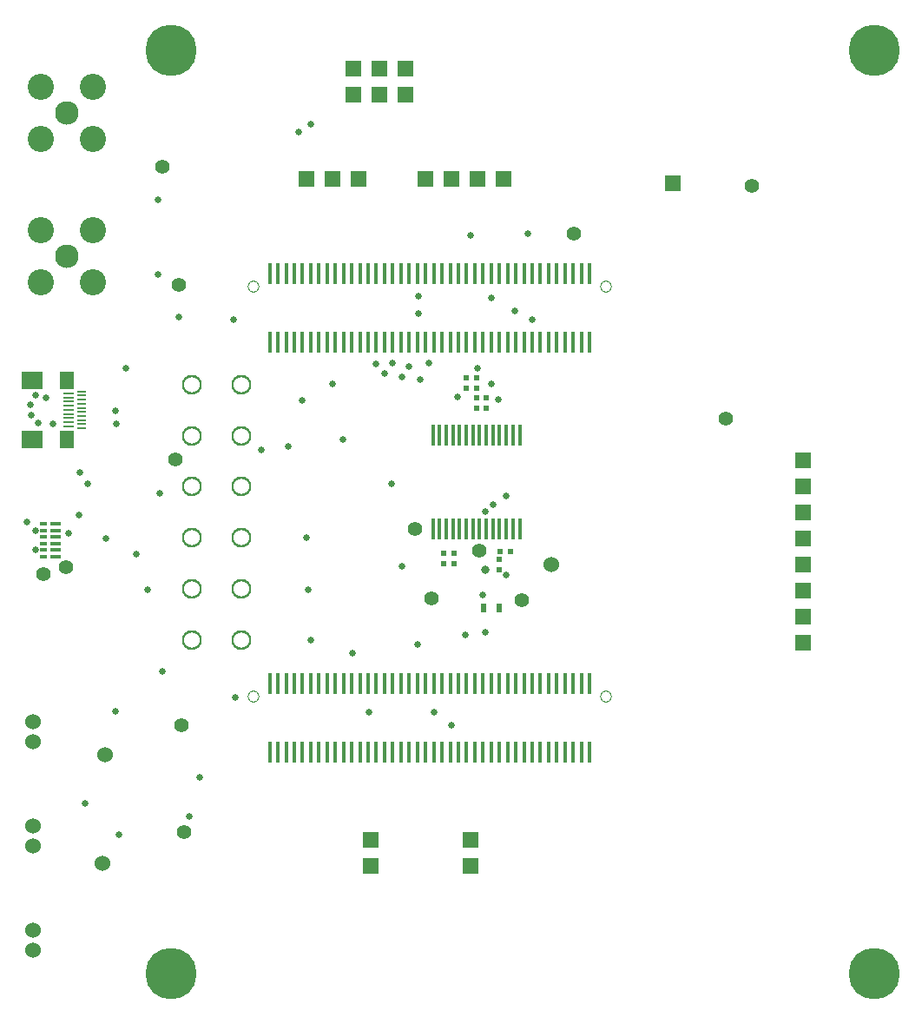
<source format=gbr>
G04 EasyPC Gerber Version 21.0.3 Build 4286 *
G04 #@! TF.Part,Single*
G04 #@! TF.FileFunction,Paste,Bot *
G04 #@! TF.FilePolarity,Positive *
%FSLAX35Y35*%
%MOIN*%
G04 #@! TA.AperFunction,SMDPad*
%ADD12R,0.01181X0.07874*%
%ADD14R,0.01378X0.07874*%
%ADD71R,0.03346X0.00906*%
%ADD20R,0.03937X0.00906*%
%ADD23R,0.03937X0.01260*%
%ADD24R,0.02520X0.01378*%
%ADD15R,0.02000X0.02400*%
%ADD17R,0.02400X0.03500*%
%ADD22R,0.05433X0.07087*%
%ADD16R,0.02400X0.02000*%
%ADD21R,0.07874X0.06693*%
G04 #@! TA.AperFunction,ComponentPad*
%ADD25R,0.06000X0.06000*%
G04 #@! TA.AperFunction,ViaPad*
%ADD26C,0.02600*%
%ADD28C,0.03200*%
%ADD27C,0.05600*%
G04 #@! TA.AperFunction,WasherPad*
%ADD11C,0.06000*%
G04 #@! TA.AperFunction,ComponentPad*
%ADD18C,0.09055*%
%ADD19C,0.10039*%
G04 #@! TA.AperFunction,WasherPad*
%ADD10C,0.19700*%
G04 #@! TA.AperFunction,ComponentPad*
%ADD13C,0.04724X0.03937*%
%ADD70C,0.07600X0.06000*%
X0Y0D02*
D02*
D10*
X60250Y14750D03*
Y369250D03*
X330250Y14750D03*
Y369250D03*
D02*
D11*
X7250Y23813D03*
Y31687D03*
Y63813D03*
Y71687D03*
Y103813D03*
Y111687D03*
X33750Y57250D03*
X34750Y98750D03*
X206250Y171750D03*
D02*
D12*
X160813Y185549D03*
Y221376D03*
X163372Y185549D03*
Y221376D03*
X165931Y185549D03*
Y221376D03*
X168490Y185549D03*
Y221376D03*
X171049Y185549D03*
Y221376D03*
X173608Y185549D03*
Y221376D03*
X176167Y185549D03*
Y221376D03*
X178726Y185549D03*
Y221376D03*
X181285Y185549D03*
Y221376D03*
X183844Y185549D03*
Y221376D03*
X186404Y185549D03*
Y221376D03*
X188963Y185549D03*
Y221376D03*
X191522Y185549D03*
Y221376D03*
X194081Y185549D03*
Y221376D03*
D02*
D13*
X91939Y121140D03*
Y278620D03*
X227136Y121140D03*
Y278620D03*
D02*
D14*
X98120Y99880D03*
Y126061D03*
Y257360D03*
Y283541D03*
X101270Y99880D03*
Y126061D03*
Y257360D03*
Y283541D03*
X104419Y99880D03*
Y126061D03*
Y257360D03*
Y283541D03*
X107569Y99880D03*
Y126061D03*
Y257360D03*
Y283541D03*
X110719Y99880D03*
Y126061D03*
Y257360D03*
Y283541D03*
X113868Y99880D03*
Y126061D03*
Y257360D03*
Y283541D03*
X117018Y99880D03*
Y126061D03*
Y257360D03*
Y283541D03*
X120167Y99880D03*
Y126061D03*
Y257360D03*
Y283541D03*
X123317Y99880D03*
Y126061D03*
Y257360D03*
Y283541D03*
X126467Y99880D03*
Y126061D03*
Y257360D03*
Y283541D03*
X129616Y99880D03*
Y126061D03*
Y257360D03*
Y283541D03*
X132766Y99880D03*
Y126061D03*
Y257360D03*
Y283541D03*
X135915Y99880D03*
Y126061D03*
Y257360D03*
Y283541D03*
X139065Y99880D03*
Y126061D03*
Y257360D03*
Y283541D03*
X142215Y99880D03*
Y126061D03*
Y257360D03*
Y283541D03*
X145364Y99880D03*
Y126061D03*
Y257360D03*
Y283541D03*
X148514Y99880D03*
Y126061D03*
Y257360D03*
Y283541D03*
X151663Y99880D03*
Y126061D03*
Y257360D03*
Y283541D03*
X154813Y99880D03*
Y126061D03*
Y257360D03*
Y283541D03*
X157963Y99880D03*
Y126061D03*
Y257360D03*
Y283541D03*
X161112Y99880D03*
Y126061D03*
Y257360D03*
Y283541D03*
X164262Y99880D03*
Y126061D03*
Y257360D03*
Y283541D03*
X167411Y99880D03*
Y126061D03*
Y257360D03*
Y283541D03*
X170561Y99880D03*
Y126061D03*
Y257360D03*
Y283541D03*
X173711Y99880D03*
Y126061D03*
Y257360D03*
Y283541D03*
X176860Y99880D03*
Y126061D03*
Y257360D03*
Y283541D03*
X180010Y99880D03*
Y126061D03*
Y257360D03*
Y283541D03*
X183159Y99880D03*
Y126061D03*
Y257360D03*
Y283541D03*
X186309Y99880D03*
Y126061D03*
Y257360D03*
Y283541D03*
X189459Y99880D03*
Y126061D03*
Y257360D03*
Y283541D03*
X192608Y99880D03*
Y126061D03*
Y257360D03*
Y283541D03*
X195758Y99880D03*
Y126061D03*
Y257360D03*
Y283541D03*
X198907Y99880D03*
Y126061D03*
Y257360D03*
Y283541D03*
X202057Y99880D03*
Y126061D03*
Y257360D03*
Y283541D03*
X205207Y99880D03*
Y126061D03*
Y257360D03*
Y283541D03*
X208356Y99880D03*
Y126061D03*
Y257360D03*
Y283541D03*
X211506Y99880D03*
Y126061D03*
Y257360D03*
Y283541D03*
X214656Y99880D03*
Y126061D03*
Y257360D03*
Y283541D03*
X217805Y99880D03*
Y126061D03*
Y257360D03*
Y283541D03*
X220955Y99880D03*
Y126061D03*
Y257360D03*
Y283541D03*
D02*
D15*
X164750Y172250D03*
Y176250D03*
X168750Y172250D03*
Y176250D03*
X186500Y176750D03*
X190500D03*
D02*
D16*
X173682Y239657D03*
Y243657D03*
X177656Y231750D03*
Y235750D03*
X177726Y239657D03*
Y243657D03*
X181250Y231750D03*
Y235750D03*
X186250Y169750D03*
Y173750D03*
D02*
D17*
X180250Y155250D03*
X186250D03*
D02*
D18*
X20250Y290250D03*
Y345250D03*
D02*
D19*
X10250Y280250D03*
Y300250D03*
Y335250D03*
Y355250D03*
X30250Y280250D03*
Y300250D03*
Y335250D03*
Y355250D03*
D02*
D70*
X68117Y142950D03*
Y162550D03*
Y182150D03*
Y201750D03*
Y221350D03*
Y240950D03*
X87117Y142950D03*
Y162550D03*
Y182150D03*
Y201750D03*
Y221350D03*
Y240950D03*
D02*
D71*
X25762Y224163D03*
Y225738D03*
Y227313D03*
Y228888D03*
Y230463D03*
Y232037D03*
Y233612D03*
Y235187D03*
Y236762D03*
Y238337D03*
D02*
D20*
X20919Y224951D03*
Y226526D03*
Y228100D03*
Y229675D03*
Y231250D03*
Y232825D03*
Y234400D03*
Y235974D03*
Y237549D03*
D02*
D21*
X6943Y220030D03*
Y242470D03*
D02*
D22*
X20211Y220030D03*
Y242470D03*
D02*
D23*
X15888Y174911D03*
Y177431D03*
Y179951D03*
Y182470D03*
Y184990D03*
Y187510D03*
D02*
D24*
X11360Y174911D03*
Y177431D03*
Y179951D03*
Y182470D03*
Y184990D03*
Y187510D03*
D02*
D25*
X112250Y319750D03*
X122250D03*
X130250Y352250D03*
Y362250D03*
X132250Y319750D03*
X136750Y56250D03*
Y66250D03*
X140250Y352250D03*
Y362250D03*
X150250Y352250D03*
Y362250D03*
X157750Y319750D03*
X167750D03*
X175250Y56250D03*
Y66250D03*
X177750Y319750D03*
X187750D03*
X252750Y318250D03*
X302750Y141750D03*
Y151750D03*
Y161750D03*
Y171750D03*
Y181750D03*
Y191750D03*
Y201750D03*
Y211750D03*
D02*
D26*
X4750Y188250D03*
X6250Y233250D03*
X6650Y229250D03*
X8250Y177431D03*
Y184990D03*
Y236750D03*
X9250Y226250D03*
X12250Y235750D03*
X14750Y225750D03*
X20750Y183750D03*
X24750Y190750D03*
X25250Y207250D03*
X27250Y80250D03*
X28250Y202750D03*
X35250Y181750D03*
X38750Y115510D03*
Y230750D03*
X39250Y225738D03*
X40250Y68250D03*
X42750Y247250D03*
X46750Y175750D03*
X51250Y162250D03*
X55250Y283250D03*
Y311750D03*
X55750Y199250D03*
X56868Y130750D03*
X63250Y266750D03*
X67250Y75250D03*
X71250Y90250D03*
X84250Y265750D03*
X84750Y120750D03*
X94750Y215750D03*
X105250Y217250D03*
X109250Y337750D03*
X110719Y234750D03*
X112250Y182250D03*
X112750Y162250D03*
X113750Y142750D03*
Y340750D03*
X122250Y241250D03*
X126250Y219750D03*
X129750Y137750D03*
X136250Y115250D03*
X139065Y248750D03*
X142215Y245250D03*
X144750Y202750D03*
X145364Y249250D03*
X148750Y171250D03*
Y243750D03*
X151663Y247850D03*
X154750Y141250D03*
X155250Y268250D03*
Y274750D03*
X155750Y242750D03*
X159250Y249250D03*
X161250Y115250D03*
X167750Y110250D03*
X170250Y236250D03*
X173250Y144750D03*
X175250Y298250D03*
X177750Y247250D03*
X179750Y160250D03*
X180750Y145750D03*
Y192250D03*
X183250Y241250D03*
Y274250D03*
X183750Y194750D03*
X185750Y235250D03*
X188750Y167750D03*
X188963Y198250D03*
X192250Y269250D03*
X197250Y298750D03*
X198907Y265750D03*
D02*
D27*
X11360Y168250D03*
X19750Y170750D03*
X56750Y324400D03*
X61750Y212250D03*
X63250Y279250D03*
X64250Y110250D03*
X65250Y69250D03*
X153750Y185549D03*
X160250Y158750D03*
X178726Y177250D03*
X194750Y158250D03*
X214750Y298750D03*
X273250Y227750D03*
X283250Y317250D03*
D02*
D28*
X180750Y169750D03*
X0Y0D02*
M02*

</source>
